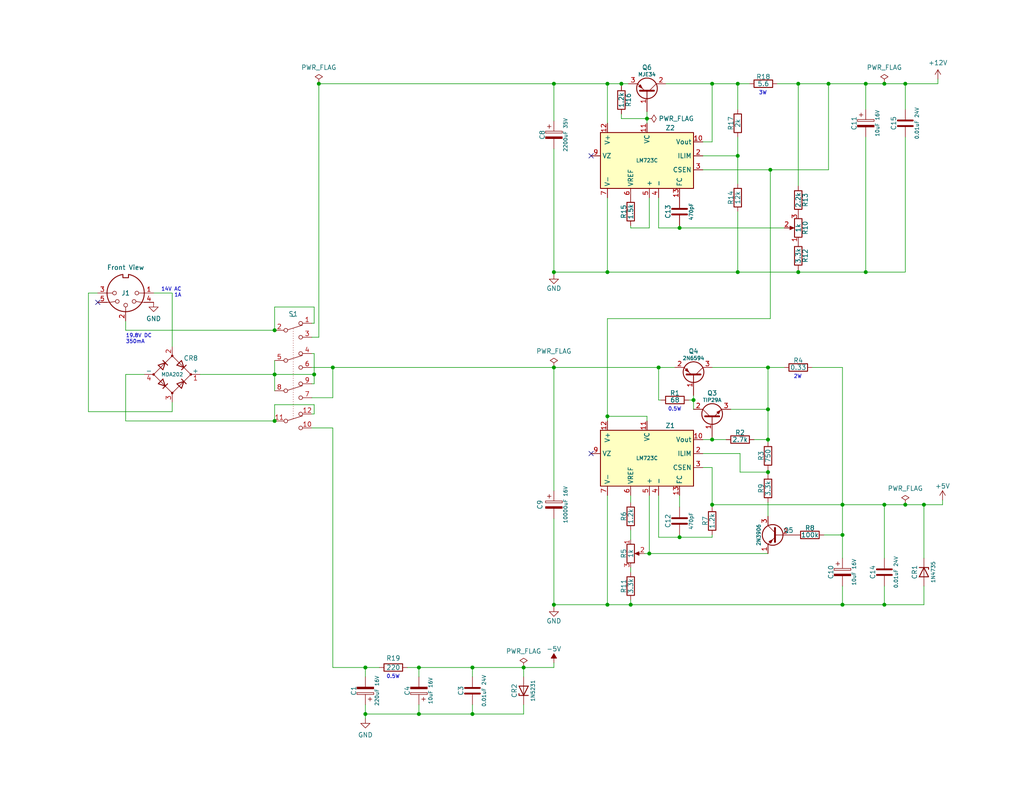
<source format=kicad_sch>
(kicad_sch (version 20230121) (generator eeschema)
  (paper "USLetter")
  (title_block (title "TRS-80 Model I G") (date "2023-10-24") (rev "E1B") (company "RetroStack - Marcel Erz") (comment 2 "Linear Voltage regulators for +5V, -5V, and +12V") (comment 4 "Power"))
  (lib_symbols
    (symbol "Connector:DIN-5_180degree" (pin_names (offset 1.016))
      (property "Reference" "J" (at 3.175 5.715 0))
      (property "Value" "DIN-5_180degree" (at 0 -6.35 0))
      (symbol "DIN-5_180degree_0_1"
        (arc (start -5.08 0) (mid -3.8609 -3.3364) (end -0.762 -5.08) (stroke (width 0.254)))
        (circle (center -3.048 0) (radius 0.508))
        (circle (center -2.286 2.286) (radius 0.508))
        (polyline (pts (xy -5.08 0) (xy -3.556 0)))
        (polyline (pts (xy 0 5.08) (xy 0 3.81)))
        (polyline (pts (xy 5.08 0) (xy 3.556 0)))
        (polyline (pts (xy -5.08 2.54) (xy -4.318 2.54) (xy -2.794 2.286)))
        (polyline (pts (xy 5.08 2.54) (xy 4.318 2.54) (xy 2.794 2.286)))
        (polyline (pts (xy -0.762 -4.953) (xy -0.762 -4.191) (xy 0.762 -4.191) (xy 0.762 -4.953)) (stroke (width 0.254)))
        (circle (center 0 3.302) (radius 0.508))
        (arc (start 0.762 -5.08) (mid 3.8685 -3.343) (end 5.08 0) (stroke (width 0.254)))
        (circle (center 2.286 2.286) (radius 0.508))
        (circle (center 3.048 0) (radius 0.508))
        (arc (start 5.08 0) (mid 0 5.0579) (end -5.08 0) (stroke (width 0.254)))
      )
      (symbol "DIN-5_180degree_1_1"
        (pin passive line (at -7.62 0 0) (length 2.54) (name "~") (number "1"))
        (pin passive line (at 0 7.62 270) (length 2.54) (name "~") (number "2"))
        (pin passive line (at 7.62 0 180) (length 2.54) (name "~") (number "3"))
        (pin passive line (at -7.62 2.54 0) (length 2.54) (name "~") (number "4"))
        (pin passive line (at 7.62 2.54 180) (length 2.54) (name "~") (number "5"))
      )
    )
    (symbol "Device:C" (pin_numbers hide) (pin_names (offset 0.254))
      (property "Reference" "C" (at 0.635 2.54 0))
      (property "Value" "C" (at 0.635 -2.54 0))
      (symbol "C_0_1"
        (polyline (pts (xy -2.032 -0.762) (xy 2.032 -0.762)) (stroke (width 0.508)))
        (polyline (pts (xy -2.032 0.762) (xy 2.032 0.762)) (stroke (width 0.508)))
      )
      (symbol "C_1_1"
        (pin passive line (at 0 3.81 270) (length 2.794) (name "~") (number "1"))
        (pin passive line (at 0 -3.81 90) (length 2.794) (name "~") (number "2"))
      )
    )
    (symbol "Device:C_Polarized" (pin_numbers hide) (pin_names (offset 0.254))
      (property "Reference" "C" (at 0.635 2.54 0))
      (property "Value" "C_Polarized" (at 0.635 -2.54 0))
      (symbol "C_Polarized_0_1"
        (rectangle (start -2.286 0.508) (end 2.286 1.016))
        (polyline (pts (xy -1.778 2.286) (xy -0.762 2.286)))
        (polyline (pts (xy -1.27 2.794) (xy -1.27 1.778)))
        (rectangle (start 2.286 -0.508) (end -2.286 -1.016) (fill (type outline)))
      )
      (symbol "C_Polarized_1_1"
        (pin passive line (at 0 3.81 270) (length 2.794) (name "~") (number "1"))
        (pin passive line (at 0 -3.81 90) (length 2.794) (name "~") (number "2"))
      )
    )
    (symbol "Device:D_Bridge_+AA-" (pin_names (offset 0))
      (property "Reference" "D" (at 2.54 6.985 0))
      (property "Value" "D_Bridge_+AA-" (at 2.54 5.08 0))
      (symbol "D_Bridge_+AA-_0_1"
        (circle (center -5.08 0) (radius 0.254) (fill (type outline)))
        (circle (center 0 -5.08) (radius 0.254) (fill (type outline)))
        (polyline (pts (xy -2.54 3.81) (xy -1.27 2.54)) (stroke (width 0.254)))
        (polyline (pts (xy -1.27 -2.54) (xy -2.54 -3.81)) (stroke (width 0.254)))
        (polyline (pts (xy 2.54 -1.27) (xy 3.81 -2.54)) (stroke (width 0.254)))
        (polyline (pts (xy 2.54 1.27) (xy 3.81 2.54)) (stroke (width 0.254)))
        (polyline (pts (xy -3.81 2.54) (xy -2.54 1.27) (xy -1.905 3.175) (xy -3.81 2.54)) (stroke (width 0.254)))
        (polyline (pts (xy -2.54 -1.27) (xy -3.81 -2.54) (xy -1.905 -3.175) (xy -2.54 -1.27)) (stroke (width 0.254)))
        (polyline (pts (xy 1.27 2.54) (xy 2.54 3.81) (xy 3.175 1.905) (xy 1.27 2.54)) (stroke (width 0.254)))
        (polyline (pts (xy 3.175 -1.905) (xy 1.27 -2.54) (xy 2.54 -3.81) (xy 3.175 -1.905)) (stroke (width 0.254)))
        (polyline (pts (xy -5.08 0) (xy 0 -5.08) (xy 5.08 0) (xy 0 5.08) (xy -5.08 0)))
        (circle (center 0 5.08) (radius 0.254) (fill (type outline)))
        (circle (center 5.08 0) (radius 0.254) (fill (type outline)))
      )
      (symbol "D_Bridge_+AA-_1_1"
        (pin passive line (at 7.62 0 180) (length 2.54) (name "+") (number "1"))
        (pin passive line (at 0 7.62 270) (length 2.54) (name "~") (number "2"))
        (pin passive line (at 0 -7.62 90) (length 2.54) (name "~") (number "3"))
        (pin passive line (at -7.62 0 0) (length 2.54) (name "-") (number "4"))
      )
    )
    (symbol "Device:D_Zener" (pin_numbers hide) (pin_names (offset 1.016) hide)
      (property "Reference" "D" (at 0 2.54 0))
      (property "Value" "D_Zener" (at 0 -2.54 0))
      (symbol "D_Zener_0_1"
        (polyline (pts (xy 1.27 0) (xy -1.27 0)))
        (polyline (pts (xy -1.27 -1.27) (xy -1.27 1.27) (xy -0.762 1.27)) (stroke (width 0.254)))
        (polyline (pts (xy 1.27 -1.27) (xy 1.27 1.27) (xy -1.27 0) (xy 1.27 -1.27)) (stroke (width 0.254)))
      )
      (symbol "D_Zener_1_1"
        (pin passive line (at -3.81 0 0) (length 2.54) (name "K") (number "1"))
        (pin passive line (at 3.81 0 180) (length 2.54) (name "A") (number "2"))
      )
    )
    (symbol "Device:Q_NPN_BCE" (pin_names (offset 0) hide)
      (property "Reference" "Q" (at 5.08 1.27 0))
      (property "Value" "Q_NPN_BCE" (at 5.08 -1.27 0))
      (symbol "Q_NPN_BCE_0_1"
        (polyline (pts (xy 0.635 0.635) (xy 2.54 2.54)))
        (polyline (pts (xy 0.635 -0.635) (xy 2.54 -2.54) (xy 2.54 -2.54)))
        (polyline (pts (xy 0.635 1.905) (xy 0.635 -1.905) (xy 0.635 -1.905)) (stroke (width 0.508)))
        (polyline (pts (xy 1.27 -1.778) (xy 1.778 -1.27) (xy 2.286 -2.286) (xy 1.27 -1.778) (xy 1.27 -1.778)) (fill (type outline)))
        (circle (center 1.27 0) (radius 2.8194) (stroke (width 0.254)))
      )
      (symbol "Q_NPN_BCE_1_1"
        (pin input line (at -5.08 0 0) (length 5.715) (name "B") (number "1"))
        (pin passive line (at 2.54 5.08 270) (length 2.54) (name "C") (number "2"))
        (pin passive line (at 2.54 -5.08 90) (length 2.54) (name "E") (number "3"))
      )
    )
    (symbol "Device:Q_PNP_BCE" (pin_names (offset 0) hide)
      (property "Reference" "Q" (at 5.08 1.27 0))
      (property "Value" "Q_PNP_BCE" (at 5.08 -1.27 0))
      (symbol "Q_PNP_BCE_0_1"
        (polyline (pts (xy 0.635 0.635) (xy 2.54 2.54)))
        (polyline (pts (xy 0.635 -0.635) (xy 2.54 -2.54) (xy 2.54 -2.54)))
        (polyline (pts (xy 0.635 1.905) (xy 0.635 -1.905) (xy 0.635 -1.905)) (stroke (width 0.508)))
        (polyline (pts (xy 2.286 -1.778) (xy 1.778 -2.286) (xy 1.27 -1.27) (xy 2.286 -1.778) (xy 2.286 -1.778)) (fill (type outline)))
        (circle (center 1.27 0) (radius 2.8194) (stroke (width 0.254)))
      )
      (symbol "Q_PNP_BCE_1_1"
        (pin input line (at -5.08 0 0) (length 5.715) (name "B") (number "1"))
        (pin passive line (at 2.54 5.08 270) (length 2.54) (name "C") (number "2"))
        (pin passive line (at 2.54 -5.08 90) (length 2.54) (name "E") (number "3"))
      )
    )
    (symbol "Device:Q_PNP_BEC" (pin_names (offset 0) hide)
      (property "Reference" "Q" (at 5.08 1.27 0))
      (property "Value" "Q_PNP_BEC" (at 5.08 -1.27 0))
      (symbol "Q_PNP_BEC_0_1"
        (polyline (pts (xy 0.635 0.635) (xy 2.54 2.54)))
        (polyline (pts (xy 0.635 -0.635) (xy 2.54 -2.54) (xy 2.54 -2.54)))
        (polyline (pts (xy 0.635 1.905) (xy 0.635 -1.905) (xy 0.635 -1.905)) (stroke (width 0.508)))
        (polyline (pts (xy 2.286 -1.778) (xy 1.778 -2.286) (xy 1.27 -1.27) (xy 2.286 -1.778) (xy 2.286 -1.778)) (fill (type outline)))
        (circle (center 1.27 0) (radius 2.8194) (stroke (width 0.254)))
      )
      (symbol "Q_PNP_BEC_1_1"
        (pin input line (at -5.08 0 0) (length 5.715) (name "B") (number "1"))
        (pin passive line (at 2.54 -5.08 90) (length 2.54) (name "E") (number "2"))
        (pin passive line (at 2.54 5.08 270) (length 2.54) (name "C") (number "3"))
      )
    )
    (symbol "Device:R" (pin_numbers hide) (pin_names (offset 0))
      (property "Reference" "R" (at 2.032 0 90))
      (property "Value" "R" (at 0 0 90))
      (symbol "R_0_1"
        (rectangle (start -1.016 -2.54) (end 1.016 2.54) (stroke (width 0.254)))
      )
      (symbol "R_1_1"
        (pin passive line (at 0 3.81 270) (length 1.27) (name "~") (number "1"))
        (pin passive line (at 0 -3.81 90) (length 1.27) (name "~") (number "2"))
      )
    )
    (symbol "Device:R_Potentiometer" (pin_names (offset 1.016) hide)
      (property "Reference" "RV" (at -4.445 0 90))
      (property "Value" "R_Potentiometer" (at -2.54 0 90))
      (symbol "R_Potentiometer_0_1"
        (polyline (pts (xy 2.54 0) (xy 1.524 0)))
        (polyline (pts (xy 1.143 0) (xy 2.286 0.508) (xy 2.286 -0.508) (xy 1.143 0)) (fill (type outline)))
        (rectangle (start 1.016 2.54) (end -1.016 -2.54) (stroke (width 0.254)))
      )
      (symbol "R_Potentiometer_1_1"
        (pin passive line (at 0 3.81 270) (length 1.27) (name "1") (number "1"))
        (pin passive line (at 3.81 0 180) (length 1.27) (name "2") (number "2"))
        (pin passive line (at 0 -3.81 90) (length 1.27) (name "3") (number "3"))
      )
    )
    (symbol "LM723C_1"
      (property "Reference" "U" (at 0 0 0))
      (symbol "LM723C_1_0_1"
        (rectangle (start -12.7 -5.08) (end 12.7 -20.32) (stroke (width 0.254)) (fill (type background)))
      )
      (symbol "LM723C_1_1_1"
        (pin no_connect line (at -15.24 -13.97 0) (length 2.54) hide (name "NC") (number "1"))
        (pin power_out line (at 15.24 -7.62 180) (length 2.54) (name "Vout") (number "10"))
        (pin power_in line (at 0 -2.54 270) (length 2.54) (name "VC") (number "11"))
        (pin power_in line (at -10.795 -2.54 270) (length 2.54) (name "V+") (number "12"))
        (pin input line (at 8.89 -22.86 90) (length 2.54) (name "FC") (number "13"))
        (pin no_connect line (at -15.24 -15.875 0) (length 2.54) hide (name "NC") (number "14"))
        (pin input line (at 15.24 -11.43 180) (length 2.54) (name "ILIM") (number "2"))
        (pin input line (at 15.24 -15.24 180) (length 2.54) (name "CSEN") (number "3"))
        (pin input line (at 3.175 -22.86 90) (length 2.54) (name "-") (number "4"))
        (pin input line (at 0.635 -22.86 90) (length 2.54) (name "+") (number "5"))
        (pin power_out line (at -4.445 -22.86 90) (length 2.54) (name "VREF") (number "6"))
        (pin power_in line (at -10.795 -22.86 90) (length 2.54) (name "V-") (number "7"))
        (pin no_connect line (at -15.24 -9.525 0) (length 2.54) hide (name "NC") (number "8"))
        (pin input line (at -15.24 -11.43 0) (length 2.54) (name "VZ") (number "9"))
      )
    )
    (symbol "RetroStackLibrary:LM723C"
      (property "Reference" "U" (at 0 0 0))
      (symbol "LM723C_0_1"
        (rectangle (start -12.7 -5.08) (end 12.7 -20.32) (stroke (width 0.254)) (fill (type background)))
      )
      (symbol "LM723C_1_1"
        (pin no_connect line (at -15.24 -13.97 0) (length 2.54) hide (name "NC") (number "1"))
        (pin power_out line (at 15.24 -7.62 180) (length 2.54) (name "Vout") (number "10"))
        (pin power_in line (at 0 -2.54 270) (length 2.54) (name "VC") (number "11"))
        (pin power_in line (at -10.795 -2.54 270) (length 2.54) (name "V+") (number "12"))
        (pin input line (at 8.89 -22.86 90) (length 2.54) (name "FC") (number "13"))
        (pin no_connect line (at -15.24 -15.875 0) (length 2.54) hide (name "NC") (number "14"))
        (pin input line (at 15.24 -11.43 180) (length 2.54) (name "ILIM") (number "2"))
        (pin input line (at 15.24 -15.24 180) (length 2.54) (name "CSEN") (number "3"))
        (pin input line (at 3.175 -22.86 90) (length 2.54) (name "-") (number "4"))
        (pin input line (at 0.635 -22.86 90) (length 2.54) (name "+") (number "5"))
        (pin power_out line (at -4.445 -22.86 90) (length 2.54) (name "VREF") (number "6"))
        (pin power_in line (at -10.795 -22.86 90) (length 2.54) (name "V-") (number "7"))
        (pin no_connect line (at -15.24 -9.525 0) (length 2.54) hide (name "NC") (number "8"))
        (pin input line (at -15.24 -11.43 0) (length 2.54) (name "VZ") (number "9"))
      )
    )
    (symbol "RetroStackLibrary:SW_4PST"
      (property "Reference" "SW" (at 0 0 0))
      (symbol "SW_4PST_0_0"
        (circle (center -2.032 -28.575) (radius 0.508))
        (circle (center -2.032 -20.32) (radius 0.508))
        (circle (center -2.032 -12.065) (radius 0.508))
        (circle (center -2.032 -3.81) (radius 0.508))
        (polyline (pts (xy -1.524 -28.448) (xy 2.54 -27.178)))
        (polyline (pts (xy -1.524 -20.193) (xy 2.54 -18.923)))
        (polyline (pts (xy -1.524 -11.938) (xy 2.54 -10.668)))
        (polyline (pts (xy -1.524 -3.683) (xy 2.54 -2.413)))
        (circle (center 2.032 -30.48) (radius 0.508))
        (circle (center 2.032 -26.67) (radius 0.508))
        (circle (center 2.032 -22.225) (radius 0.508))
        (circle (center 2.032 -18.415) (radius 0.508))
        (circle (center 2.032 -13.97) (radius 0.508))
        (circle (center 2.032 -10.16) (radius 0.508))
        (circle (center 2.032 -5.715) (radius 0.508))
        (circle (center 2.032 -1.905) (radius 0.508))
      )
      (symbol "SW_4PST_1_1"
        (polyline (pts (xy 0 -27.813) (xy 0 -3.3655)) (stroke (width 0) (type dot)))
        (pin passive line (at 5.08 -1.905 180) (length 2.54) (name "~") (number "1"))
        (pin passive line (at 5.08 -30.48 180) (length 2.54) (name "~") (number "10"))
        (pin passive line (at -5.08 -28.575 0) (length 2.54) (name "~") (number "11"))
        (pin passive line (at 5.08 -26.67 180) (length 2.54) (name "~") (number "12"))
        (pin passive line (at -5.08 -3.81 0) (length 2.54) (name "~") (number "2"))
        (pin passive line (at 5.08 -5.715 180) (length 2.54) (name "~") (number "3"))
        (pin passive line (at 5.08 -10.16 180) (length 2.54) (name "~") (number "4"))
        (pin passive line (at -5.08 -12.065 0) (length 2.54) (name "~") (number "5"))
        (pin passive line (at 5.08 -13.97 180) (length 2.54) (name "~") (number "6"))
        (pin passive line (at 5.08 -22.225 180) (length 2.54) (name "~") (number "7"))
        (pin passive line (at -5.08 -20.32 0) (length 2.54) (name "~") (number "8"))
        (pin passive line (at 5.08 -18.415 180) (length 2.54) (name "~") (number "9"))
      )
    )
    (symbol "Transistor_BJT:2N3906" (pin_names (offset 0) hide)
      (property "Reference" "Q" (at 5.08 1.905 0))
      (property "Value" "2N3906" (at 5.08 0 0))
      (symbol "2N3906_0_1"
        (polyline (pts (xy 0.635 0.635) (xy 2.54 2.54)))
        (polyline (pts (xy 0.635 -0.635) (xy 2.54 -2.54) (xy 2.54 -2.54)))
        (polyline (pts (xy 0.635 1.905) (xy 0.635 -1.905) (xy 0.635 -1.905)) (stroke (width 0.508)))
        (polyline (pts (xy 2.286 -1.778) (xy 1.778 -2.286) (xy 1.27 -1.27) (xy 2.286 -1.778) (xy 2.286 -1.778)) (fill (type outline)))
        (circle (center 1.27 0) (radius 2.8194) (stroke (width 0.254)))
      )
      (symbol "2N3906_1_1"
        (pin passive line (at 2.54 -5.08 90) (length 2.54) (name "E") (number "1"))
        (pin input line (at -5.08 0 0) (length 5.715) (name "B") (number "2"))
        (pin passive line (at 2.54 5.08 270) (length 2.54) (name "C") (number "3"))
      )
    )
    (symbol "power:+12V" (power) (pin_names (offset 0))
      (property "Value" "+12V" (at 0 3.556 0))
      (symbol "+12V_0_1"
        (polyline (pts (xy -0.762 1.27) (xy 0 2.54)))
        (polyline (pts (xy 0 0) (xy 0 2.54)))
        (polyline (pts (xy 0 2.54) (xy 0.762 1.27)))
      )
      (symbol "+12V_1_1"
        (pin power_in line (at 0 0 90) (length 0) hide (name "+12V") (number "1"))
      )
    )
    (symbol "power:+5V" (power) (pin_names (offset 0))
      (property "Value" "+5V" (at 0 3.556 0))
      (symbol "+5V_0_1"
        (polyline (pts (xy -0.762 1.27) (xy 0 2.54)))
        (polyline (pts (xy 0 0) (xy 0 2.54)))
        (polyline (pts (xy 0 2.54) (xy 0.762 1.27)))
      )
      (symbol "+5V_1_1"
        (pin power_in line (at 0 0 90) (length 0) hide (name "+5V") (number "1"))
      )
    )
    (symbol "power:-5V" (power) (pin_names (offset 0))
      (property "Value" "-5V" (at 0 3.81 0))
      (symbol "-5V_0_0"
        (pin power_in line (at 0 0 90) (length 0) hide (name "-5V") (number "1"))
      )
      (symbol "-5V_0_1"
        (polyline (pts (xy 0 0) (xy 0 1.27) (xy 0.762 1.27) (xy 0 2.54) (xy -0.762 1.27) (xy 0 1.27)) (fill (type outline)))
      )
    )
    (symbol "power:GND" (power) (pin_names (offset 0))
      (property "Value" "GND" (at 0 -3.81 0))
      (symbol "GND_0_1"
        (polyline (pts (xy 0 0) (xy 0 -1.27) (xy 1.27 -1.27) (xy 0 -2.54) (xy -1.27 -1.27) (xy 0 -1.27)))
      )
      (symbol "GND_1_1"
        (pin power_in line (at 0 0 270) (length 0) hide (name "GND") (number "1"))
      )
    )
    (symbol "power:PWR_FLAG" (power) (pin_numbers hide) (pin_names (offset 0) hide)
      (property "Value" "PWR_FLAG" (at 0 3.81 0))
      (symbol "PWR_FLAG_0_0"
        (pin power_out line (at 0 0 90) (length 0) (name "pwr") (number "1"))
      )
      (symbol "PWR_FLAG_0_1"
        (polyline (pts (xy 0 0) (xy 0 1.27) (xy -1.016 1.905) (xy 0 2.54) (xy 1.016 1.905) (xy 0 1.27)))
      )
    )
  )
  (junction (at 165.735 165.1))
  (junction (at 229.87 137.795))
  (junction (at 210.185 46.355))
  (junction (at 114.3 182.245))
  (junction (at 151.13 22.86))
  (junction (at 169.545 22.86))
  (junction (at 177.165 151.13))
  (junction (at 194.31 22.86))
  (junction (at 201.295 22.86))
  (junction (at 185.42 62.23))
  (junction (at 241.3 137.795))
  (junction (at 201.295 42.545))
  (junction (at 194.31 137.795))
  (junction (at 241.3 165.1))
  (junction (at 217.805 22.86))
  (junction (at 209.55 111.76))
  (junction (at 165.735 113.665))
  (junction (at 74.93 90.17))
  (junction (at 74.93 114.935))
  (junction (at 90.805 100.33))
  (junction (at 128.905 182.245))
  (junction (at 236.22 74.295))
  (junction (at 85.725 102.235))
  (junction (at 99.695 194.945))
  (junction (at 142.875 182.245))
  (junction (at 226.06 22.86))
  (junction (at 252.095 137.795))
  (junction (at 194.31 120.015))
  (junction (at 179.705 100.33))
  (junction (at 229.87 146.05))
  (junction (at 86.995 22.86))
  (junction (at 217.805 74.295))
  (junction (at 247.015 137.795))
  (junction (at 172.085 165.1))
  (junction (at 241.3 22.86))
  (junction (at 151.13 100.33))
  (junction (at 201.295 74.295))
  (junction (at 229.87 165.1))
  (junction (at 128.905 194.945))
  (junction (at 176.53 32.385))
  (junction (at 209.55 120.015))
  (junction (at 189.23 109.22))
  (junction (at 209.55 100.33))
  (junction (at 236.22 22.86))
  (junction (at 151.13 165.1))
  (junction (at 165.735 74.295))
  (junction (at 247.015 22.86))
  (junction (at 151.13 74.295))
  (junction (at 165.735 22.86))
  (junction (at 74.93 102.235))
  (junction (at 99.695 182.245))
  (junction (at 209.55 128.905))
  (junction (at 185.42 146.685))
  (junction (at 114.3 194.945))
  (no_connect (at 26.67 82.55))
  (no_connect (at 161.29 42.545))
  (no_connect (at 161.29 123.825))
  (wire (pts (xy 176.53 32.385) (xy 176.53 33.655)))
  (wire (pts (xy 172.085 163.83) (xy 172.085 165.1)))
  (wire (pts (xy 24.13 80.01) (xy 26.67 80.01)))
  (wire (pts (xy 201.295 74.295) (xy 217.805 74.295)))
  (wire (pts (xy 229.87 146.05) (xy 224.79 146.05)))
  (wire (pts (xy 201.93 128.905) (xy 209.55 128.905)))
  (wire (pts (xy 179.705 100.33) (xy 184.15 100.33)))
  (wire (pts (xy 85.725 96.52) (xy 85.725 102.235)))
  (wire (pts (xy 194.31 146.685) (xy 194.31 146.05)))
  (wire (pts (xy 85.725 88.265) (xy 85.725 83.82)))
  (wire (pts (xy 217.805 50.8) (xy 217.805 22.86)))
  (wire (pts (xy 201.295 74.295) (xy 165.735 74.295)))
  (wire (pts (xy 179.705 53.975) (xy 179.705 62.23)))
  (wire (pts (xy 191.77 127.635) (xy 194.31 127.635)))
  (wire (pts (xy 194.31 120.015) (xy 194.31 119.38)))
  (wire (pts (xy 201.295 22.86) (xy 204.47 22.86)))
  (wire (pts (xy 54.61 102.235) (xy 74.93 102.235)))
  (wire (pts (xy 229.87 165.1) (xy 241.3 165.1)))
  (wire (pts (xy 151.13 22.86) (xy 165.735 22.86)))
  (wire (pts (xy 252.095 160.02) (xy 252.095 165.1)))
  (wire (pts (xy 191.77 123.825) (xy 201.93 123.825)))
  (wire (pts (xy 201.295 42.545) (xy 201.295 50.165)))
  (wire (pts (xy 185.42 146.05) (xy 185.42 146.685)))
  (wire (pts (xy 151.13 40.64) (xy 151.13 74.295)))
  (wire (pts (xy 74.93 83.82) (xy 74.93 90.17)))
  (wire (pts (xy 177.165 62.23) (xy 177.165 53.975)))
  (wire (pts (xy 172.085 61.595) (xy 172.085 62.23)))
  (wire (pts (xy 142.875 192.405) (xy 142.875 194.945)))
  (wire (pts (xy 142.875 194.945) (xy 128.905 194.945)))
  (wire (pts (xy 179.705 146.685) (xy 185.42 146.685)))
  (wire (pts (xy 151.13 182.245) (xy 151.13 180.975)))
  (wire (pts (xy 165.735 113.665) (xy 165.735 114.935)))
  (wire (pts (xy 217.805 22.86) (xy 226.06 22.86)))
  (wire (pts (xy 247.015 22.86) (xy 247.015 29.845)))
  (wire (pts (xy 128.905 182.245) (xy 142.875 182.245)))
  (wire (pts (xy 236.22 74.295) (xy 247.015 74.295)))
  (wire (pts (xy 241.3 137.795) (xy 241.3 152.4)))
  (wire (pts (xy 169.545 22.86) (xy 171.45 22.86)))
  (wire (pts (xy 85.725 83.82) (xy 74.93 83.82)))
  (wire (pts (xy 114.3 192.405) (xy 114.3 194.945)))
  (wire (pts (xy 217.805 73.66) (xy 217.805 74.295)))
  (wire (pts (xy 177.165 135.255) (xy 177.165 151.13)))
  (wire (pts (xy 34.29 114.935) (xy 74.93 114.935)))
  (wire (pts (xy 209.55 128.905) (xy 209.55 128.27)))
  (wire (pts (xy 90.805 100.33) (xy 151.13 100.33)))
  (wire (pts (xy 205.74 120.015) (xy 209.55 120.015)))
  (wire (pts (xy 210.185 86.995) (xy 165.735 86.995)))
  (wire (pts (xy 209.55 137.16) (xy 209.55 140.97)))
  (wire (pts (xy 175.895 151.13) (xy 177.165 151.13)))
  (wire (pts (xy 209.55 111.76) (xy 199.39 111.76)))
  (wire (pts (xy 142.875 182.245) (xy 151.13 182.245)))
  (wire (pts (xy 179.705 109.22) (xy 180.34 109.22)))
  (wire (pts (xy 179.705 62.23) (xy 185.42 62.23)))
  (wire (pts (xy 209.55 100.33) (xy 209.55 111.76)))
  (wire (pts (xy 241.3 22.86) (xy 236.22 22.86)))
  (wire (pts (xy 85.09 96.52) (xy 85.725 96.52)))
  (wire (pts (xy 179.705 135.255) (xy 179.705 146.685)))
  (wire (pts (xy 151.13 165.1) (xy 165.735 165.1)))
  (wire (pts (xy 85.09 100.33) (xy 90.805 100.33)))
  (wire (pts (xy 169.545 32.385) (xy 176.53 32.385)))
  (wire (pts (xy 255.905 21.59) (xy 255.905 22.86)))
  (wire (pts (xy 142.875 182.245) (xy 142.875 184.785)))
  (wire (pts (xy 201.295 57.785) (xy 201.295 74.295)))
  (wire (pts (xy 169.545 22.86) (xy 169.545 23.495)))
  (wire (pts (xy 194.31 22.86) (xy 201.295 22.86)))
  (wire (pts (xy 185.42 61.595) (xy 185.42 62.23)))
  (wire (pts (xy 85.09 88.265) (xy 85.725 88.265)))
  (wire (pts (xy 86.995 22.86) (xy 151.13 22.86)))
  (wire (pts (xy 176.53 113.665) (xy 176.53 114.935)))
  (wire (pts (xy 201.93 123.825) (xy 201.93 128.905)))
  (wire (pts (xy 165.735 86.995) (xy 165.735 113.665)))
  (wire (pts (xy 241.3 160.02) (xy 241.3 165.1)))
  (wire (pts (xy 185.42 62.23) (xy 213.995 62.23)))
  (wire (pts (xy 114.3 194.945) (xy 128.905 194.945)))
  (wire (pts (xy 189.23 109.22) (xy 189.23 107.95)))
  (wire (pts (xy 165.735 22.86) (xy 169.545 22.86)))
  (wire (pts (xy 34.29 102.235) (xy 34.29 114.935)))
  (wire (pts (xy 165.735 53.975) (xy 165.735 74.295)))
  (wire (pts (xy 252.095 165.1) (xy 241.3 165.1)))
  (wire (pts (xy 191.77 120.015) (xy 194.31 120.015)))
  (wire (pts (xy 209.55 100.33) (xy 213.995 100.33)))
  (wire (pts (xy 85.725 102.235) (xy 85.725 104.775)))
  (wire (pts (xy 90.805 100.33) (xy 90.805 108.585)))
  (wire (pts (xy 172.085 144.78) (xy 172.085 147.32)))
  (wire (pts (xy 209.55 120.65) (xy 209.55 120.015)))
  (wire (pts (xy 74.93 102.235) (xy 74.93 106.68)))
  (wire (pts (xy 252.095 137.795) (xy 252.095 152.4)))
  (wire (pts (xy 221.615 100.33) (xy 229.87 100.33)))
  (wire (pts (xy 74.93 98.425) (xy 74.93 102.235)))
  (wire (pts (xy 151.13 141.605) (xy 151.13 165.1)))
  (wire (pts (xy 191.77 42.545) (xy 201.295 42.545)))
  (wire (pts (xy 165.735 22.86) (xy 165.735 33.655)))
  (wire (pts (xy 229.87 100.33) (xy 229.87 137.795)))
  (wire (pts (xy 191.77 46.355) (xy 210.185 46.355)))
  (wire (pts (xy 99.695 182.245) (xy 103.505 182.245)))
  (wire (pts (xy 247.015 37.465) (xy 247.015 74.295)))
  (wire (pts (xy 46.99 80.01) (xy 41.91 80.01)))
  (wire (pts (xy 209.55 111.76) (xy 209.55 120.015)))
  (wire (pts (xy 99.695 196.215) (xy 99.695 194.945)))
  (wire (pts (xy 212.09 22.86) (xy 217.805 22.86)))
  (wire (pts (xy 201.295 42.545) (xy 201.295 37.465)))
  (wire (pts (xy 46.99 112.395) (xy 24.13 112.395)))
  (wire (pts (xy 165.735 74.295) (xy 151.13 74.295)))
  (wire (pts (xy 187.96 109.22) (xy 189.23 109.22)))
  (wire (pts (xy 90.805 182.245) (xy 99.695 182.245)))
  (wire (pts (xy 165.735 165.1) (xy 172.085 165.1)))
  (wire (pts (xy 114.3 182.245) (xy 114.3 184.785)))
  (wire (pts (xy 85.09 116.84) (xy 90.805 116.84)))
  (wire (pts (xy 85.725 113.03) (xy 85.725 110.49)))
  (wire (pts (xy 209.55 151.13) (xy 177.165 151.13)))
  (wire (pts (xy 194.31 22.86) (xy 194.31 38.735)))
  (wire (pts (xy 99.695 194.945) (xy 114.3 194.945)))
  (wire (pts (xy 151.13 100.33) (xy 151.13 133.985)))
  (wire (pts (xy 185.42 146.685) (xy 194.31 146.685)))
  (wire (pts (xy 86.995 92.075) (xy 86.995 22.86)))
  (wire (pts (xy 46.99 112.395) (xy 46.99 109.855)))
  (wire (pts (xy 172.085 135.255) (xy 172.085 137.16)))
  (wire (pts (xy 34.29 87.63) (xy 34.29 90.17)))
  (wire (pts (xy 229.87 137.795) (xy 241.3 137.795)))
  (wire (pts (xy 34.29 90.17) (xy 74.93 90.17)))
  (wire (pts (xy 209.55 128.905) (xy 209.55 129.54)))
  (wire (pts (xy 194.31 137.795) (xy 194.31 138.43)))
  (wire (pts (xy 236.22 22.86) (xy 236.22 29.845)))
  (wire (pts (xy 172.085 165.1) (xy 229.87 165.1)))
  (wire (pts (xy 236.22 37.465) (xy 236.22 74.295)))
  (wire (pts (xy 257.175 137.795) (xy 252.095 137.795)))
  (wire (pts (xy 194.31 127.635) (xy 194.31 137.795)))
  (wire (pts (xy 191.77 38.735) (xy 194.31 38.735)))
  (wire (pts (xy 172.085 156.21) (xy 172.085 154.94)))
  (wire (pts (xy 165.735 113.665) (xy 176.53 113.665)))
  (wire (pts (xy 85.725 110.49) (xy 74.93 110.49)))
  (wire (pts (xy 128.905 182.245) (xy 128.905 184.785)))
  (wire (pts (xy 85.09 113.03) (xy 85.725 113.03)))
  (wire (pts (xy 151.13 100.33) (xy 179.705 100.33)))
  (wire (pts (xy 257.175 136.525) (xy 257.175 137.795)))
  (wire (pts (xy 255.905 22.86) (xy 247.015 22.86)))
  (wire (pts (xy 181.61 22.86) (xy 194.31 22.86)))
  (wire (pts (xy 229.87 137.795) (xy 229.87 146.05)))
  (wire (pts (xy 169.545 31.115) (xy 169.545 32.385)))
  (wire (pts (xy 210.185 46.355) (xy 226.06 46.355)))
  (wire (pts (xy 85.09 92.075) (xy 86.995 92.075)))
  (wire (pts (xy 236.22 74.295) (xy 217.805 74.295)))
  (wire (pts (xy 90.805 116.84) (xy 90.805 182.245)))
  (wire (pts (xy 241.3 137.795) (xy 247.015 137.795)))
  (wire (pts (xy 114.3 182.245) (xy 128.905 182.245)))
  (wire (pts (xy 194.31 120.015) (xy 198.12 120.015)))
  (wire (pts (xy 194.31 100.33) (xy 209.55 100.33)))
  (wire (pts (xy 151.13 74.295) (xy 151.13 74.93)))
  (wire (pts (xy 247.015 22.86) (xy 241.3 22.86)))
  (wire (pts (xy 201.295 22.86) (xy 201.295 29.845)))
  (wire (pts (xy 39.37 102.235) (xy 34.29 102.235)))
  (wire (pts (xy 194.31 137.795) (xy 229.87 137.795)))
  (wire (pts (xy 229.87 160.02) (xy 229.87 165.1)))
  (wire (pts (xy 85.09 108.585) (xy 90.805 108.585)))
  (wire (pts (xy 189.23 109.22) (xy 189.23 111.76)))
  (wire (pts (xy 247.015 137.795) (xy 252.095 137.795)))
  (wire (pts (xy 99.695 194.945) (xy 99.695 192.405)))
  (wire (pts (xy 85.725 104.775) (xy 85.09 104.775)))
  (wire (pts (xy 176.53 30.48) (xy 176.53 32.385)))
  (wire (pts (xy 210.185 46.355) (xy 210.185 86.995)))
  (wire (pts (xy 128.905 192.405) (xy 128.905 194.945)))
  (wire (pts (xy 151.13 33.02) (xy 151.13 22.86)))
  (wire (pts (xy 24.13 112.395) (xy 24.13 80.01)))
  (wire (pts (xy 226.06 22.86) (xy 226.06 46.355)))
  (wire (pts (xy 185.42 138.43) (xy 185.42 135.255)))
  (wire (pts (xy 151.13 165.735) (xy 151.13 165.1)))
  (wire (pts (xy 46.99 80.01) (xy 46.99 94.615)))
  (wire (pts (xy 74.93 110.49) (xy 74.93 114.935)))
  (wire (pts (xy 111.125 182.245) (xy 114.3 182.245)))
  (wire (pts (xy 99.695 182.245) (xy 99.695 184.785)))
  (wire (pts (xy 229.87 146.05) (xy 229.87 152.4)))
  (wire (pts (xy 226.06 22.86) (xy 236.22 22.86)))
  (wire (pts (xy 165.735 135.255) (xy 165.735 165.1)))
  (wire (pts (xy 172.085 62.23) (xy 177.165 62.23)))
  (wire (pts (xy 179.705 100.33) (xy 179.705 109.22)))
  (wire (pts (xy 74.93 102.235) (xy 85.725 102.235)))
  (text "14V AC\n1A" (at 49.53 81.28 0) (effects (font (size 1 1)) (justify right bottom)))
  (text "2W" (at 216.535 103.505 0) (effects (font (size 1 1)) (justify left bottom)))
  (text "0.5W" (at 105.41 185.42 0) (effects (font (size 1 1)) (justify left bottom)))
  (text "3W" (at 207.01 26.035 0) (effects (font (size 1 1)) (justify left bottom)))
  (text "0.5W" (at 182.245 112.395 0) (effects (font (size 1 1)) (justify left bottom)))
  (text "19.8V DC\n350mA" (at 34.29 93.98 0) (effects (font (size 1 1)) (justify left bottom)))
  (symbol (lib_id "Device:R_Potentiometer") (at 172.085 151.13 0) (unit 1)
    (property "Reference" "R5" (at 170.18 151.13 90))
    (property "Value" "1k" (at 172.085 151.13 90))
    (property "Footprint" "RetroStackLibrary:TRS80_Model_I_R_Pot" (effects hide))
  )
  (symbol (lib_id "power:-5V") (at 151.13 180.975 0) (unit 1)
    (property "Reference" "#PWR0186" (effects hide))
    (property "Value" "-5V" (at 151.13 177.165 0))
  )
  (symbol (lib_id "Device:R") (at 172.085 57.785 0) (unit 1)
    (property "Reference" "R15" (at 170.18 57.785 90))
    (property "Value" "1.5k" (at 172.085 57.785 90))
    (property "Footprint" "RetroStackLibrary:TRS80_Model_I_R_0.25W" (effects hide))
  )
  (symbol (lib_id "power:PWR_FLAG") (at 176.53 32.385 270) (unit 1)
    (property "Reference" "#FLG01" (effects hide))
    (property "Value" "PWR_FLAG" (at 179.705 32.385 90) (effects (justify left)))
    (instances (project "Power" (path "" (reference "#FLG01") (unit 1))) (project "TRS80_Model_I_G_E1" (path "" (reference "#FLG06") (unit 1)) (path "" (reference "#FLG02") (unit 1))))
  )
  (symbol (lib_id "Device:R") (at 194.31 142.24 0) (unit 1)
    (property "Reference" "R7" (at 192.405 142.24 90))
    (property "Value" "1.2k" (at 194.31 142.24 90))
    (property "Footprint" "RetroStackLibrary:TRS80_Model_I_R_0.25W" (effects hide))
  )
  (symbol (lib_id "power:PWR_FLAG") (at 247.015 137.795 0) (unit 1)
    (property "Reference" "#FLG01" (effects hide))
    (property "Value" "PWR_FLAG" (at 247.015 133.35 0))
    (instances (project "Power" (path "" (reference "#FLG01") (unit 1))) (project "TRS80_Model_I_G_E1" (path "" (reference "#FLG04") (unit 1)) (path "" (reference "#FLG02") (unit 1))))
  )
  (symbol (lib_id "Device:R") (at 209.55 133.35 0) (unit 1)
    (property "Reference" "R9" (at 207.645 133.35 90))
    (property "Value" "3.3k" (at 209.55 133.35 90))
    (property "Footprint" "RetroStackLibrary:TRS80_Model_I_R_0.25W" (effects hide))
  )
  (symbol (lib_name "LM723C_1") (lib_id "RetroStackLibrary:LM723C") (at 176.53 31.115 0) (unit 1)
    (property "Reference" "Z2" (at 182.88 34.925 0))
    (property "Value" "LM723C" (at 176.53 43.815 0) (effects (font (size 1 1))))
    (property "Footprint" "RetroStackLibrary:TRS80_Model_I_DIP14" (effects hide))
    (property "Datasheet" "http://www.ti.com/lit/ds/symlink/lm723.pdf" (effects hide))
  )
  (symbol (lib_id "Device:R") (at 209.55 124.46 0) (unit 1)
    (property "Reference" "R3" (at 207.645 124.46 90))
    (property "Value" "750" (at 209.55 124.46 90))
    (property "Footprint" "RetroStackLibrary:TRS80_Model_I_R_0.25W" (effects hide))
  )
  (symbol (lib_id "Device:C_Polarized") (at 114.3 188.595 180) (unit 1)
    (property "Reference" "C4" (at 111.125 188.595 90))
    (property "Value" "10uF 16V" (at 117.475 188.595 90) (effects (font (size 1 1))))
    (property "Footprint" "RetroStackLibrary:TRS80_Model_I_C_Pol_Radial_5D_2.5P" (effects hide))
  )
  (symbol (lib_id "RetroStackLibrary:SW_4PST") (at 80.01 86.36 0) (unit 1)
    (property "Reference" "S1" (at 80.01 85.725 0))
    (property "Value" "~" (at 80.01 86.36 0))
    (property "Footprint" "RetroStackLibrary:TRS80_Model_I_Sw_Large" (effects hide))
  )
  (symbol (lib_id "Transistor_BJT:2N3906") (at 212.09 146.05 0) (mirror y) (unit 1)
    (property "Reference" "Q5" (at 216.535 144.78 0) (effects (justify left)))
    (property "Value" "2N3906" (at 207.01 146.05 90) (effects (font (size 1 1))))
    (property "Footprint" "RetroStackLibrary:TRS80_Model_I_Q_Circle_EBC" (effects hide))
    (property "Datasheet" "https://www.onsemi.com/pub/Collateral/2N3906-D.PDF" (effects hide))
  )
  (symbol (lib_id "power:+12V") (at 255.905 21.59 0) (unit 1)
    (property "Reference" "#PWR0189" (effects hide))
    (property "Value" "+12V" (at 255.905 17.145 0))
  )
  (symbol (lib_id "power:GND") (at 151.13 165.735 0) (unit 1)
    (property "Reference" "#PWR01" (effects hide))
    (property "Value" "GND" (at 151.13 169.545 0))
    (instances (project "Power" (path "" (reference "#PWR01") (unit 1))) (project "TRS80_Model_I_G_E1" (path "" (reference "#PWR0187") (unit 1))))
  )
  (symbol (lib_id "Device:C_Polarized") (at 151.13 36.83 0) (unit 1)
    (property "Reference" "C8" (at 147.955 36.83 90))
    (property "Value" "2200uF 35V" (at 154.305 36.83 90) (effects (font (size 1 1))))
    (property "Footprint" "RetroStackLibrary:TRS80_Model_I_C_Pol_Axial_41L_19W_48P" (effects hide))
  )
  (symbol (lib_id "Device:R") (at 169.545 27.305 0) (unit 1)
    (property "Reference" "R16" (at 171.45 27.305 90))
    (property "Value" "1.2k" (at 169.545 27.305 90))
    (property "Footprint" "RetroStackLibrary:TRS80_Model_I_R_0.25W" (effects hide))
  )
  (symbol (lib_id "power:GND") (at 99.695 196.215 0) (unit 1)
    (property "Reference" "#PWR01" (effects hide))
    (property "Value" "GND" (at 99.695 200.6584 0))
    (instances (project "Power" (path "" (reference "#PWR01") (unit 1))) (project "TRS80_Model_I_G_E1" (path "" (reference "#PWR0185") (unit 1))))
  )
  (symbol (lib_id "Device:C_Polarized") (at 99.695 188.595 180) (unit 1)
    (property "Reference" "C1" (at 96.52 188.595 90))
    (property "Value" "220uF 16V" (at 102.87 188.595 90) (effects (font (size 1 1))))
    (property "Footprint" "RetroStackLibrary:TRS80_Model_I_C_Pol_Axial_21L_9W_29P" (effects hide))
  )
  (symbol (lib_id "RetroStackLibrary:LM723C") (at 176.53 112.395 0) (unit 1)
    (property "Reference" "Z1" (at 182.88 116.205 0))
    (property "Value" "LM723C" (at 176.53 125.095 0) (effects (font (size 1 1))))
    (property "Footprint" "RetroStackLibrary:TRS80_Model_I_DIP14" (effects hide))
    (property "Datasheet" "http://www.ti.com/lit/ds/symlink/lm723.pdf" (effects hide))
  )
  (symbol (lib_id "Device:D_Zener") (at 142.875 188.595 90) (unit 1)
    (property "Reference" "CR2" (at 140.335 188.595 0))
    (property "Value" "1N5231" (at 145.415 188.595 0) (effects (font (size 1 1))))
    (property "Footprint" "RetroStackLibrary:TRS80_Model_I_D" (effects hide))
  )
  (symbol (lib_id "Device:C_Polarized") (at 229.87 156.21 0) (unit 1)
    (property "Reference" "C10" (at 226.695 156.21 90))
    (property "Value" "10uF 16V" (at 233.045 156.21 90) (effects (font (size 1 1))))
    (property "Footprint" "RetroStackLibrary:TRS80_Model_I_C_Pol_Radial_5D_2.5P" (effects hide))
  )
  (symbol (lib_id "Device:R") (at 217.805 54.61 0) (unit 1)
    (property "Reference" "R13" (at 219.71 54.61 90))
    (property "Value" "2.2k" (at 217.805 54.61 90))
    (property "Footprint" "RetroStackLibrary:TRS80_Model_I_R_0.25W" (effects hide))
  )
  (symbol (lib_id "Device:R") (at 217.805 69.85 0) (unit 1)
    (property "Reference" "R12" (at 219.71 69.85 90))
    (property "Value" "3.3k" (at 217.805 69.85 90))
    (property "Footprint" "RetroStackLibrary:TRS80_Model_I_R_0.25W" (effects hide))
  )
  (symbol (lib_id "Device:D_Bridge_+AA-") (at 46.99 102.235 0) (unit 1)
    (property "Reference" "CR8" (at 52.07 97.79 0))
    (property "Value" "MDA202" (at 46.99 102.235 0) (effects (font (size 1 1))))
    (property "Footprint" "RetroStackLibrary:TRS80_Model_I_D_Bridge" (effects hide))
  )
  (symbol (lib_id "power:PWR_FLAG") (at 86.995 22.86 0) (unit 1)
    (property "Reference" "#FLG01" (effects hide))
    (property "Value" "PWR_FLAG" (at 86.995 18.415 0))
    (instances (project "Power" (path "" (reference "#FLG01") (unit 1))) (project "TRS80_Model_I_G_E1" (path "" (reference "#FLG07") (unit 1)) (path "" (reference "#FLG02") (unit 1))))
  )
  (symbol (lib_id "Device:R") (at 217.805 100.33 90) (unit 1)
    (property "Reference" "R4" (at 217.805 98.425 90))
    (property "Value" "0.33" (at 217.805 100.33 90))
    (property "Footprint" "RetroStackLibrary:TRS80_Model_I_R_2W" (effects hide))
  )
  (symbol (lib_id "power:PWR_FLAG") (at 241.3 22.86 0) (unit 1)
    (property "Reference" "#FLG01" (effects hide))
    (property "Value" "PWR_FLAG" (at 241.3 18.415 0))
    (instances (project "Power" (path "" (reference "#FLG01") (unit 1))) (project "TRS80_Model_I_G_E1" (path "" (reference "#FLG03") (unit 1)) (path "" (reference "#FLG02") (unit 1))))
  )
  (symbol (lib_id "Device:R") (at 172.085 160.02 0) (unit 1)
    (property "Reference" "R11" (at 170.18 160.02 90))
    (property "Value" "3.3k" (at 172.085 160.02 90))
    (property "Footprint" "RetroStackLibrary:TRS80_Model_I_R_0.25W" (effects hide))
  )
  (symbol (lib_id "power:GND") (at 41.91 82.55 0) (unit 1)
    (property "Reference" "#PWR01" (effects hide))
    (property "Value" "GND" (at 41.91 86.9934 0))
    (instances (project "Power" (path "" (reference "#PWR01") (unit 1))) (project "TRS80_Model_I_G_E1" (path "" (reference "#PWR0184") (unit 1))))
  )
  (symbol (lib_id "Device:C_Polarized") (at 151.13 137.795 0) (unit 1)
    (property "Reference" "C9" (at 147.32 137.795 90))
    (property "Value" "10000uF 16V" (at 154.305 137.795 90) (effects (font (size 1 1))))
    (property "Footprint" "RetroStackLibrary:TRS80_Model_I_C_Pol_Axial_63L_25W_71P" (effects hide))
  )
  (symbol (lib_id "Device:R") (at 201.93 120.015 90) (unit 1)
    (property "Reference" "R2" (at 201.93 118.11 90))
    (property "Value" "2.7k" (at 201.93 120.015 90))
    (property "Footprint" "RetroStackLibrary:TRS80_Model_I_R_0.25W" (effects hide))
  )
  (symbol (lib_id "power:+5V") (at 257.175 136.525 0) (unit 1)
    (property "Reference" "#PWR0188" (effects hide))
    (property "Value" "+5V" (at 257.175 132.715 0))
  )
  (symbol (lib_id "Device:Q_NPN_BCE") (at 194.31 114.3 90) (unit 1)
    (property "Reference" "Q3" (at 194.31 107.315 90))
    (property "Value" "TIP29A" (at 194.31 109.22 90) (effects (font (size 1 1))))
    (property "Footprint" "RetroStackLibrary:TRS80_Model_I_Q_Box_BCE" (effects hide))
  )
  (symbol (lib_id "Device:C") (at 128.905 188.595 0) (unit 1)
    (property "Reference" "C3" (at 125.73 188.595 90))
    (property "Value" "0.01uF 24V" (at 132.08 188.595 90) (effects (font (size 1 1))))
    (property "Footprint" "RetroStackLibrary:TRS80_Model_I_C_Disc_9.5L_4W_6P_Small" (effects hide))
  )
  (symbol (lib_id "power:GND") (at 151.13 74.93 0) (unit 1)
    (property "Reference" "#PWR01" (effects hide))
    (property "Value" "GND" (at 151.13 78.74 0))
    (instances (project "Power" (path "" (reference "#PWR01") (unit 1))) (project "TRS80_Model_I_G_E1" (path "" (reference "#PWR0190") (unit 1))))
  )
  (symbol (lib_id "Device:R") (at 201.295 33.655 0) (unit 1)
    (property "Reference" "R17" (at 199.39 33.655 90))
    (property "Value" "2k" (at 201.295 33.655 90))
    (property "Footprint" "RetroStackLibrary:TRS80_Model_I_R_0.25W" (effects hide))
  )
  (symbol (lib_id "Device:R") (at 220.98 146.05 90) (unit 1)
    (property "Reference" "R8" (at 220.98 144.145 90))
    (property "Value" "100k" (at 220.98 146.05 90))
    (property "Footprint" "RetroStackLibrary:TRS80_Model_I_R_0.25W" (effects hide))
  )
  (symbol (lib_id "Device:R") (at 208.28 22.86 270) (unit 1)
    (property "Reference" "R18" (at 208.28 20.955 90))
    (property "Value" "5.6" (at 208.28 22.86 90))
    (property "Footprint" "RetroStackLibrary:TRS80_Model_I_R_3W" (effects hide))
  )
  (symbol (lib_id "power:PWR_FLAG") (at 142.875 182.245 0) (unit 1)
    (property "Reference" "#FLG01" (effects hide))
    (property "Value" "PWR_FLAG" (at 142.875 177.8 0))
    (instances (project "Power" (path "" (reference "#FLG01") (unit 1))) (project "TRS80_Model_I_G_E1" (path "" (reference "#FLG05") (unit 1)) (path "" (reference "#FLG02") (unit 1))))
  )
  (symbol (lib_id "Device:R") (at 184.15 109.22 90) (unit 1)
    (property "Reference" "R1" (at 184.15 107.315 90))
    (property "Value" "68" (at 184.15 109.22 90))
    (property "Footprint" "RetroStackLibrary:TRS80_Model_I_R_0.25W" (effects hide))
  )
  (symbol (lib_id "Device:Q_PNP_BCE") (at 176.53 25.4 270) (mirror x) (unit 1)
    (property "Reference" "Q6" (at 176.53 18.415 90))
    (property "Value" "MJE34" (at 176.53 20.32 90) (effects (font (size 1 1))))
    (property "Footprint" "RetroStackLibrary:TRS80_Model_I_Q_Heatsink_Small_BCE" (effects hide))
  )
  (symbol (lib_id "Device:R") (at 201.295 53.975 0) (unit 1)
    (property "Reference" "R14" (at 199.39 53.975 90))
    (property "Value" "12k" (at 201.295 53.975 90))
    (property "Footprint" "RetroStackLibrary:TRS80_Model_I_R_0.25W" (effects hide))
  )
  (symbol (lib_id "Device:R") (at 172.085 140.97 180) (unit 1)
    (property "Reference" "R6" (at 170.18 140.97 90))
    (property "Value" "1.2k" (at 172.085 140.97 90))
    (property "Footprint" "RetroStackLibrary:TRS80_Model_I_R_0.25W" (effects hide))
  )
  (symbol (lib_id "Device:C") (at 241.3 156.21 0) (unit 1)
    (property "Reference" "C14" (at 238.125 156.21 90))
    (property "Value" "0.01uF 24V" (at 244.475 156.21 90) (effects (font (size 1 1))))
    (property "Footprint" "RetroStackLibrary:TRS80_Model_I_C_Disc_9.5L_4W_6P_Small" (effects hide))
  )
  (symbol (lib_id "Device:C") (at 185.42 57.785 0) (unit 1)
    (property "Reference" "C13" (at 182.245 57.785 90))
    (property "Value" "470pF" (at 188.595 57.785 90) (effects (font (size 1 1))))
    (property "Footprint" "RetroStackLibrary:TRS80_Model_I_C_Disc_9.5L_4W_6P_Small" (effects hide))
  )
  (symbol (lib_id "Device:C") (at 247.015 33.655 0) (unit 1)
    (property "Reference" "C15" (at 243.84 33.655 90))
    (property "Value" "0.01uF 24V" (at 250.19 33.655 90) (effects (font (size 1 1))))
    (property "Footprint" "RetroStackLibrary:TRS80_Model_I_C_Disc_9.5L_4W_6P_Small" (effects hide))
  )
  (symbol (lib_id "Device:C_Polarized") (at 236.22 33.655 0) (unit 1)
    (property "Reference" "C11" (at 233.045 33.655 90))
    (property "Value" "10uF 16V" (at 239.395 33.655 90) (effects (font (size 1 1))))
    (property "Footprint" "RetroStackLibrary:TRS80_Model_I_C_Pol_Radial_5D_2.5P" (effects hide))
  )
  (symbol (lib_id "Device:R") (at 107.315 182.245 270) (unit 1)
    (property "Reference" "R19" (at 107.315 179.705 90))
    (property "Value" "220" (at 107.315 182.245 90))
    (property "Footprint" "RetroStackLibrary:TRS80_Model_I_R_0.5W" (effects hide))
  )
  (symbol (lib_id "Device:C") (at 185.42 142.24 180) (unit 1)
    (property "Reference" "C12" (at 182.245 142.24 90))
    (property "Value" "470pF" (at 188.595 142.24 90) (effects (font (size 1 1))))
    (property "Footprint" "RetroStackLibrary:TRS80_Model_I_C_Disc_9.5L_4W_6P_Small" (effects hide))
  )
  (symbol (lib_id "Device:D_Zener") (at 252.095 156.21 270) (unit 1)
    (property "Reference" "CR1" (at 249.555 156.21 0))
    (property "Value" "1N4735" (at 254.635 156.21 0) (effects (font (size 1 1))))
    (property "Footprint" "RetroStackLibrary:TRS80_Model_I_D" (effects hide))
  )
  (symbol (lib_id "Device:Q_PNP_BEC") (at 189.23 102.87 270) (mirror x) (unit 1)
    (property "Reference" "Q4" (at 189.23 95.885 90))
    (property "Value" "2N6594" (at 189.23 97.79 90) (effects (font (size 1 1))))
    (property "Footprint" "RetroStackLibrary:TRS80_Model_I_Q_Heatsink_Large_BEC" (effects hide))
  )
  (symbol (lib_id "Device:R_Potentiometer") (at 217.805 62.23 180) (unit 1)
    (property "Reference" "R10" (at 219.71 62.23 90))
    (property "Value" "1k" (at 217.805 62.23 90))
    (property "Footprint" "RetroStackLibrary:TRS80_Model_I_R_Pot" (effects hide))
  )
  (symbol (lib_id "Connector:DIN-5_180degree") (at 34.29 80.01 180) (unit 1)
    (property "Reference" "J1" (at 34.29 80.01 0))
    (property "Value" "Front View" (at 34.2899 73.025 0))
    (property "Footprint" "RetroStackLibrary:TRS80_Model_I_DIN5" (effects hide))
    (property "Datasheet" "http://www.mouser.com/ds/2/18/40_c091_abd_e-75918.pdf" (effects hide))
  )
  (symbol (lib_id "power:PWR_FLAG") (at 151.13 100.33 0) (unit 1)
    (property "Reference" "#FLG01" (effects hide))
    (property "Value" "PWR_FLAG" (at 151.13 95.885 0))
    (instances (project "Power" (path "" (reference "#FLG01") (unit 1))) (project "TRS80_Model_I_G_E1" (path "" (reference "#FLG08") (unit 1)) (path "" (reference "#FLG02") (unit 1))))
  )
)
</source>
